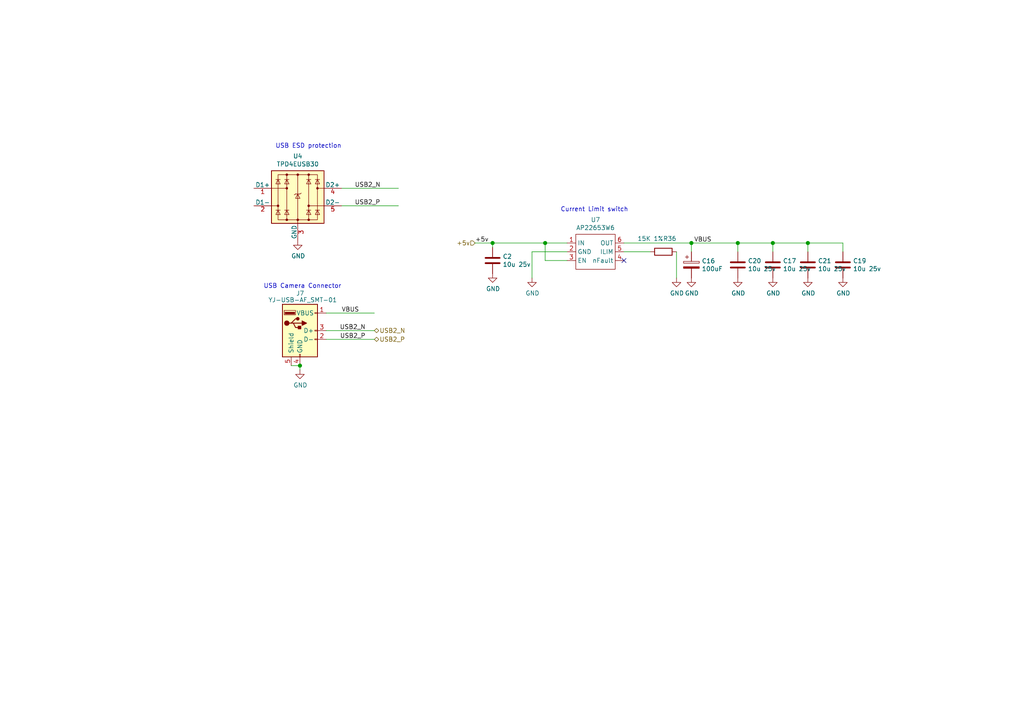
<source format=kicad_sch>
(kicad_sch (version 20210615) (generator eeschema)
  (paper "A4")
  (title_block (title "AP3000v3") (date "2020-10-27") (rev "1") (company "(c) ISis ImageStream Internet Solutions 2020") (comment 1 "www.imagestream.com"))
  (lib_symbols
    (symbol "AP3000:AP2553W6"
      (property "Reference" "U" (at 3.81 -6.35 0))
      (property "Value" "AP2553W6" (at -3.81 -6.35 0))
      (symbol "AP2553W6_0_0"
        (pin power_in line (at -8.89 2.54 0) (length 2.54) (name "IN") (number "1"))
        (pin power_out line (at -8.89 0 0) (length 2.54) (name "GND") (number "2"))
        (pin input line (at -8.89 -2.54 0) (length 2.54) (name "EN") (number "3"))
        (pin open_collector line (at 7.62 -2.54 180) (length 2.54) (name "nFault") (number "4"))
        (pin passive line (at 7.62 0 180) (length 2.54) (name "ILIM") (number "5"))
        (pin power_out line (at 7.62 2.54 180) (length 2.54) (name "OUT") (number "6"))
      )
      (symbol "AP2553W6_0_1"
        (rectangle (start -6.35 5.08) (end 5.08 -5.08))
      )
    )
    (symbol "AP3000:TPD4EUSB30" (pin_names (offset 0))
      (property "Reference" "U" (at -0.635 8.89 0))
      (property "Value" "TPD4EUSB30" (at 8.89 -10.16 0))
      (symbol "TPD4EUSB30_0_0"
        (rectangle (start -5.715 6.477) (end 5.715 -6.604))
        (polyline (pts (xy -3.175 -6.604) (xy -3.175 6.477)))
        (polyline (pts (xy 0 6.477) (xy 0 -6.604)))
        (polyline (pts (xy 3.175 6.477) (xy 3.175 -6.604)))
      )
      (symbol "TPD4EUSB30_0_1"
        (circle (center -5.715 -2.54) (radius 0.2794) (fill (type outline)))
        (circle (center -3.175 -6.604) (radius 0.2794) (fill (type outline)))
        (circle (center -3.175 2.54) (radius 0.2794) (fill (type outline)))
        (circle (center -3.175 6.477) (radius 0.2794) (fill (type outline)))
        (circle (center 0 -6.604) (radius 0.2794) (fill (type outline)))
        (circle (center 0 6.477) (radius 0.2794) (fill (type outline)))
        (circle (center 3.175 -6.604) (radius 0.2794) (fill (type outline)))
        (circle (center 3.175 -2.54) (radius 0.2794) (fill (type outline)))
        (circle (center 3.175 6.477) (radius 0.2794) (fill (type outline)))
        (circle (center 5.715 2.54) (radius 0.2794) (fill (type outline)))
        (rectangle (start -7.62 7.62) (end 7.62 -7.62) (stroke (width 0.254)) (fill (type background)))
        (polyline (pts (xy -7.747 2.54) (xy -3.175 2.54)))
        (polyline (pts (xy -7.62 -2.54) (xy -5.715 -2.54)))
        (polyline (pts (xy -5.08 -3.81) (xy -6.35 -3.81)))
        (polyline (pts (xy -5.08 5.08) (xy -6.35 5.08)))
        (polyline (pts (xy -2.54 -3.81) (xy -3.81 -3.81)))
        (polyline (pts (xy -2.54 5.08) (xy -3.81 5.08)))
        (polyline (pts (xy -0.635 0.889) (xy -1.016 0.635)))
        (polyline (pts (xy 0 -6.604) (xy 0 -7.62)))
        (polyline (pts (xy 0.635 0.889) (xy -0.635 0.889)))
        (polyline (pts (xy 0.635 0.889) (xy 1.016 1.143)))
        (polyline (pts (xy 3.81 -3.81) (xy 2.54 -3.81)))
        (polyline (pts (xy 3.81 5.08) (xy 2.54 5.08)))
        (polyline (pts (xy 6.35 -3.81) (xy 5.08 -3.81)))
        (polyline (pts (xy 6.35 5.08) (xy 5.08 5.08)))
        (polyline (pts (xy 7.62 -2.54) (xy 3.175 -2.54)))
        (polyline (pts (xy 7.62 2.54) (xy 5.715 2.54)))
        (polyline (pts (xy -5.08 -5.08) (xy -6.35 -5.08) (xy -5.715 -3.81) (xy -5.08 -5.08)))
        (polyline (pts (xy -5.08 3.81) (xy -6.35 3.81) (xy -5.715 5.08) (xy -5.08 3.81)))
        (polyline (pts (xy -2.54 -5.08) (xy -3.81 -5.08) (xy -3.175 -3.81) (xy -2.54 -5.08)))
        (polyline (pts (xy -2.54 3.81) (xy -3.81 3.81) (xy -3.175 5.08) (xy -2.54 3.81)))
        (polyline (pts (xy 0.635 -0.381) (xy -0.635 -0.381) (xy 0 0.889) (xy 0.635 -0.381)))
        (polyline (pts (xy 3.81 -5.08) (xy 2.54 -5.08) (xy 3.175 -3.81) (xy 3.81 -5.08)))
        (polyline (pts (xy 3.81 3.81) (xy 2.54 3.81) (xy 3.175 5.08) (xy 3.81 3.81)))
        (polyline (pts (xy 6.35 -5.08) (xy 5.08 -5.08) (xy 5.715 -3.81) (xy 6.35 -5.08)))
        (polyline (pts (xy 6.35 3.81) (xy 5.08 3.81) (xy 5.715 5.08) (xy 6.35 3.81)))
      )
      (symbol "TPD4EUSB30_1_1"
        (pin passive line (at -12.7 2.54 0) (length 5.08) (name "D1+") (number "1"))
        (pin passive line (at -12.7 2.54 0) (length 5.08) hide (name "~") (number "10"))
        (pin passive line (at -12.7 -2.54 0) (length 5.08) (name "D1-") (number "2"))
        (pin power_in line (at 0 -12.7 90) (length 5.08) (name "GND") (number "3"))
        (pin passive line (at 12.7 2.54 180) (length 5.08) (name "D2+") (number "4"))
        (pin passive line (at 12.7 -2.54 180) (length 5.08) (name "D2-") (number "5"))
        (pin passive line (at 12.7 -2.54 180) (length 5.08) hide (name "~") (number "6"))
        (pin passive line (at 12.7 2.54 180) (length 5.08) hide (name "~") (number "7"))
        (pin passive line (at 0 -12.7 90) (length 5.08) hide (name "GND") (number "8"))
        (pin passive line (at -12.7 -2.54 0) (length 5.08) hide (name "~") (number "9"))
      )
    )
    (symbol "Device:C" (pin_numbers hide) (pin_names (offset 0.254))
      (property "Reference" "C" (at 0.635 2.54 0))
      (property "Value" "C" (at 0.635 -2.54 0))
      (symbol "C_0_1"
        (polyline (pts (xy -2.032 -0.762) (xy 2.032 -0.762)) (stroke (width 0.508)))
        (polyline (pts (xy -2.032 0.762) (xy 2.032 0.762)) (stroke (width 0.508)))
      )
      (symbol "C_1_1"
        (pin passive line (at 0 3.81 270) (length 2.794) (name "~") (number "1"))
        (pin passive line (at 0 -3.81 90) (length 2.794) (name "~") (number "2"))
      )
    )
    (symbol "Device:CP" (pin_numbers hide) (pin_names (offset 0.254))
      (property "Reference" "C" (at 0.635 2.54 0))
      (property "Value" "CP" (at 0.635 -2.54 0))
      (symbol "CP_0_1"
        (rectangle (start -2.286 0.508) (end 2.286 1.016))
        (rectangle (start 2.286 -0.508) (end -2.286 -1.016) (fill (type outline)))
        (polyline (pts (xy -1.778 2.286) (xy -0.762 2.286)))
        (polyline (pts (xy -1.27 2.794) (xy -1.27 1.778)))
      )
      (symbol "CP_1_1"
        (pin passive line (at 0 3.81 270) (length 2.794) (name "~") (number "1"))
        (pin passive line (at 0 -3.81 90) (length 2.794) (name "~") (number "2"))
      )
    )
    (symbol "Device:R" (pin_numbers hide) (pin_names (offset 0))
      (property "Reference" "R" (at 2.032 0 90))
      (property "Value" "R" (at 0 0 90))
      (symbol "R_0_1"
        (rectangle (start -1.016 -2.54) (end 1.016 2.54) (stroke (width 0.254)))
      )
      (symbol "R_1_1"
        (pin passive line (at 0 3.81 270) (length 1.27) (name "~") (number "1"))
        (pin passive line (at 0 -3.81 90) (length 1.27) (name "~") (number "2"))
      )
    )
    (symbol "Scott:YJ-USB-AF_SMT-01" (pin_names (offset 1.016))
      (property "Reference" "USB" (at -0.254 8.636 0))
      (property "Value" "YJ-USB-AF_SMT-01" (at 10.414 -8.89 0))
      (symbol "YJ-USB-AF_SMT-01_1_1"
        (circle (center -3.81 2.159) (radius 0.635) (stroke (width 0.254)) (fill (type outline)))
        (circle (center -0.635 3.429) (radius 0.381) (stroke (width 0.254)) (fill (type outline)))
        (rectangle (start -1.27 4.572) (end -4.572 5.842))
        (rectangle (start -0.127 -7.62) (end 0.127 -6.858))
        (rectangle (start 5.08 -2.667) (end 4.318 -2.413))
        (rectangle (start 5.08 -0.127) (end 4.318 0.127))
        (rectangle (start 5.08 4.953) (end 4.318 5.207))
        (rectangle (start -1.524 4.826) (end -4.318 5.334) (fill (type outline)))
        (rectangle (start 0.254 1.27) (end -0.508 0.508) (stroke (width 0.254)) (fill (type outline)))
        (rectangle (start -5.08 -7.62) (end 5.08 7.62) (stroke (width 0.254)) (fill (type background)))
        (polyline (pts (xy -1.905 2.159) (xy 0.635 2.159)) (stroke (width 0.254)))
        (polyline (pts (xy -3.175 2.159) (xy -2.54 2.159) (xy -1.27 3.429) (xy -0.635 3.429)) (stroke (width 0.254)))
        (polyline (pts (xy -2.54 2.159) (xy -1.905 2.159) (xy -1.27 0.889) (xy 0 0.889)) (stroke (width 0.254)))
        (polyline (pts (xy 0.635 2.794) (xy 0.635 1.524) (xy 1.905 2.159) (xy 0.635 2.794)) (stroke (width 0.254)) (fill (type outline)))
        (pin power_in line (at 7.62 5.08 180) (length 2.54) (name "VBUS") (number "1"))
        (pin passive line (at 7.62 -2.54 180) (length 2.54) (name "D-") (number "2"))
        (pin passive line (at 7.62 0 180) (length 2.54) (name "D+") (number "3"))
        (pin power_in line (at 0 -10.16 90) (length 2.54) (name "GND") (number "4"))
        (pin passive line (at -2.54 -10.16 90) (length 2.54) (name "Shield") (number "5"))
      )
    )
    (symbol "power:GND" (power) (pin_names (offset 0))
      (property "Value" "GND" (at 0 -3.81 0))
      (symbol "GND_0_1"
        (polyline (pts (xy 0 0) (xy 0 -1.27) (xy 1.27 -1.27) (xy 0 -2.54) (xy -1.27 -1.27) (xy 0 -1.27)))
      )
      (symbol "GND_1_1"
        (pin power_in line (at 0 0 270) (length 0) hide (name "GND") (number "1"))
      )
    )
  )
  (junction (at 86.995 106.045) (diameter 1.016))
  (junction (at 142.875 70.485) (diameter 1.016))
  (junction (at 158.115 70.485) (diameter 1.016))
  (junction (at 200.533 70.485) (diameter 1.016))
  (junction (at 213.995 70.485) (diameter 1.016))
  (junction (at 224.155 70.485) (diameter 1.016))
  (junction (at 234.315 70.485) (diameter 1.016))
  (no_connect (at 180.975 75.565))
  (wire (pts (xy 84.455 106.045) (xy 86.995 106.045)))
  (wire (pts (xy 86.995 106.045) (xy 86.995 107.315)))
  (wire (pts (xy 94.615 90.805) (xy 108.585 90.805)))
  (wire (pts (xy 99.06 54.61) (xy 115.57 54.61)))
  (wire (pts (xy 99.06 59.69) (xy 115.57 59.69)))
  (wire (pts (xy 108.585 95.885) (xy 94.615 95.885)))
  (wire (pts (xy 108.585 98.425) (xy 94.615 98.425)))
  (wire (pts (xy 137.795 70.485) (xy 142.875 70.485)))
  (wire (pts (xy 142.875 70.485) (xy 158.115 70.485)))
  (wire (pts (xy 142.875 71.755) (xy 142.875 70.485)))
  (wire (pts (xy 154.305 73.025) (xy 154.305 80.645)))
  (wire (pts (xy 158.115 70.485) (xy 158.115 75.565)))
  (wire (pts (xy 158.115 70.485) (xy 164.465 70.485)))
  (wire (pts (xy 158.115 75.565) (xy 164.465 75.565)))
  (wire (pts (xy 164.465 73.025) (xy 154.305 73.025)))
  (wire (pts (xy 180.975 70.485) (xy 200.533 70.485)))
  (wire (pts (xy 180.975 73.025) (xy 188.595 73.025)))
  (wire (pts (xy 196.215 73.025) (xy 196.215 80.645)))
  (wire (pts (xy 200.533 70.485) (xy 200.533 73.025)))
  (wire (pts (xy 200.533 70.485) (xy 213.995 70.485)))
  (wire (pts (xy 213.995 70.485) (xy 224.155 70.485)))
  (wire (pts (xy 213.995 73.025) (xy 213.995 70.485)))
  (wire (pts (xy 224.155 70.485) (xy 224.155 73.025)))
  (wire (pts (xy 224.155 70.485) (xy 234.315 70.485)))
  (wire (pts (xy 234.315 70.485) (xy 234.315 73.025)))
  (wire (pts (xy 234.315 70.485) (xy 244.475 70.485)))
  (wire (pts (xy 244.475 73.025) (xy 244.475 70.485)))
  (text "USB ESD protection" (at 99.06 43.18 180) (effects (font (size 1.27 1.27)) (justify right bottom)))
  (text "USB Camera Connector" (at 99.06 83.82 180) (effects (font (size 1.27 1.27)) (justify right bottom)))
  (text "Current Limit switch" (at 182.245 61.595 180) (effects (font (size 1.27 1.27)) (justify right bottom)))
  (label "VBUS" (at 99.06 90.805 0))
  (label "USB2_N" (at 102.87 54.61 0))
  (label "USB2_P" (at 102.87 59.69 0))
  (label "USB2_N" (at 106.045 95.885 180))
  (label "USB2_P" (at 106.045 98.425 180))
  (label "+5v" (at 137.795 70.485 0))
  (label "VBUS" (at 201.295 70.485 0))
  (hierarchical_label "USB2_N" (shape bidirectional) (at 108.585 95.885 0))
  (hierarchical_label "USB2_P" (shape bidirectional) (at 108.585 98.425 0))
  (hierarchical_label "+5v" (shape input) (at 137.795 70.485 180))
  (symbol (lib_id "power:GND") (at 86.36 69.85 0) (unit 1)
    (property "Reference" "#PWR0123" (effects hide))
    (property "Value" "GND" (at 86.487 74.2442 0))
  )
  (symbol (lib_id "power:GND") (at 86.995 107.315 0) (unit 1)
    (property "Reference" "#PWR0101" (effects hide))
    (property "Value" "GND" (at 87.122 111.7092 0))
  )
  (symbol (lib_id "power:GND") (at 142.875 79.375 0) (unit 1)
    (property "Reference" "#PWR017" (effects hide))
    (property "Value" "GND" (at 143.002 83.7692 0))
  )
  (symbol (lib_id "power:GND") (at 154.305 80.645 0) (unit 1)
    (property "Reference" "#PWR014" (effects hide))
    (property "Value" "GND" (at 154.432 85.0392 0))
  )
  (symbol (lib_id "power:GND") (at 196.215 80.645 0) (unit 1)
    (property "Reference" "#PWR019" (effects hide))
    (property "Value" "GND" (at 196.342 85.0392 0))
  )
  (symbol (lib_id "power:GND") (at 200.533 80.645 0) (unit 1)
    (property "Reference" "#PWR01" (effects hide))
    (property "Value" "GND" (at 200.66 85.0392 0))
  )
  (symbol (lib_id "power:GND") (at 213.995 80.645 0) (unit 1)
    (property "Reference" "#PWR021" (effects hide))
    (property "Value" "GND" (at 214.122 85.0392 0))
  )
  (symbol (lib_id "power:GND") (at 224.155 80.645 0) (unit 1)
    (property "Reference" "#PWR018" (effects hide))
    (property "Value" "GND" (at 224.282 85.0392 0))
  )
  (symbol (lib_id "power:GND") (at 234.315 80.645 0) (unit 1)
    (property "Reference" "#PWR049" (effects hide))
    (property "Value" "GND" (at 234.442 85.0392 0))
  )
  (symbol (lib_id "power:GND") (at 244.475 80.645 0) (unit 1)
    (property "Reference" "#PWR050" (effects hide))
    (property "Value" "GND" (at 244.602 85.0392 0))
  )
  (symbol (lib_id "Device:R") (at 192.405 73.025 90) (unit 1)
    (property "Reference" "R36" (at 196.215 69.215 90) (effects (justify left)))
    (property "Value" "15K 1%" (at 192.405 69.215 90) (effects (justify left)))
    (property "Footprint" "Resistor_SMD:R_0603_1608Metric" (effects hide))
    (property "Datasheet" "https://fscdn.rohm.com/en/products/databook/datasheet/passive/resistor/chip_resistor/mcr-e.pdf" (effects hide))
    (property "Field4" "Farnell" (effects hide))
    (property "Field5" "9239375" (effects hide))
    (property "Field6" "MCR01MZPF1502" (effects hide))
    (property "Field7" "Rohm" (effects hide))
    (property "Part Description" "Resistor 15K M1005 1% 63mW" (effects hide))
    (property "Field8" "120891581" (effects hide))
    (property "PartsBoxID" "0603-15K-1%" (effects hide))
    (property "LCSC" "C22809" (effects hide))
  )
  (symbol (lib_id "Device:C") (at 142.875 75.565 0) (unit 1)
    (property "Reference" "C2" (at 145.796 74.3966 0) (effects (justify left)))
    (property "Value" "10u 25v" (at 145.796 76.708 0) (effects (justify left)))
    (property "Footprint" "Capacitor_SMD:C_0805_2012Metric" (effects hide))
    (property "Datasheet" "https://search.murata.co.jp/Ceramy/image/img/A01X/G101/ENG/GRM21BR71A106KA73-01.pdf" (effects hide))
    (property "Field5" "490-14381-1-ND" (effects hide))
    (property "Field4" "Digikey" (effects hide))
    (property "Field6" "GRM21BR71A106KA73L" (effects hide))
    (property "Field7" "Murata" (effects hide))
    (property "Part Description" "10uF 10% 10V Ceramic Capacitor X7R 0805 (2012 Metric)" (effects hide))
    (property "Field8" "111893011" (effects hide))
    (property "PartsBoxID" "0805-10uF-X7R-25V" (effects hide))
    (property "LCSC" "C15850" (effects hide))
  )
  (symbol (lib_id "Device:CP") (at 200.533 76.835 0) (unit 1)
    (property "Reference" "C16" (at 203.5302 75.692 0) (effects (justify left)))
    (property "Value" "100uF" (at 203.5302 77.978 0) (effects (justify left)))
    (property "Footprint" "Capacitor_Tantalum_SMD:CP_EIA-7343-31_Kemet-D" (effects hide))
    (property "Field4" "Mouser" (effects hide))
    (property "Field5" "667-EEF-CX0J101R" (effects hide))
    (property "Part Description" "Capacitor, SP-Cap, 100u, 6.3V, 15mR ESR" (effects hide))
    (property "PartsBoxID" "EEF-CX0J101R" (effects hide))
  )
  (symbol (lib_id "Device:C") (at 213.995 76.835 0) (unit 1)
    (property "Reference" "C20" (at 216.916 75.6666 0) (effects (justify left)))
    (property "Value" "10u 25v" (at 216.916 77.978 0) (effects (justify left)))
    (property "Footprint" "Capacitor_SMD:C_0805_2012Metric" (effects hide))
    (property "Datasheet" "https://search.murata.co.jp/Ceramy/image/img/A01X/G101/ENG/GRM21BR71A106KA73-01.pdf" (effects hide))
    (property "Field5" "490-14381-1-ND" (effects hide))
    (property "Field4" "Digikey" (effects hide))
    (property "Field6" "GRM21BR71A106KA73L" (effects hide))
    (property "Field7" "Murata" (effects hide))
    (property "Part Description" "10uF 10% 10V Ceramic Capacitor X7R 0805 (2012 Metric)" (effects hide))
    (property "Field8" "111893011" (effects hide))
    (property "PartsBoxID" "0805-10uF-X7R-25V" (effects hide))
    (property "LCSC" "C15850" (effects hide))
  )
  (symbol (lib_id "Device:C") (at 224.155 76.835 0) (unit 1)
    (property "Reference" "C17" (at 227.076 75.6666 0) (effects (justify left)))
    (property "Value" "10u 25v" (at 227.076 77.978 0) (effects (justify left)))
    (property "Footprint" "Capacitor_SMD:C_0805_2012Metric" (effects hide))
    (property "Datasheet" "https://search.murata.co.jp/Ceramy/image/img/A01X/G101/ENG/GRM21BR71A106KA73-01.pdf" (effects hide))
    (property "Field5" "490-14381-1-ND" (effects hide))
    (property "Field4" "Digikey" (effects hide))
    (property "Field6" "GRM21BR71A106KA73L" (effects hide))
    (property "Field7" "Murata" (effects hide))
    (property "Part Description" "10uF 10% 10V Ceramic Capacitor X7R 0805 (2012 Metric)" (effects hide))
    (property "Field8" "111893011" (effects hide))
    (property "PartsBoxID" "0805-10uF-X7R-25V" (effects hide))
    (property "LCSC" "C15850" (effects hide))
  )
  (symbol (lib_id "Device:C") (at 234.315 76.835 0) (unit 1)
    (property "Reference" "C21" (at 237.236 75.6666 0) (effects (justify left)))
    (property "Value" "10u 25v" (at 237.236 77.978 0) (effects (justify left)))
    (property "Footprint" "Capacitor_SMD:C_0805_2012Metric" (effects hide))
    (property "Datasheet" "https://search.murata.co.jp/Ceramy/image/img/A01X/G101/ENG/GRM21BR71A106KA73-01.pdf" (effects hide))
    (property "Field5" "490-14381-1-ND" (effects hide))
    (property "Field4" "Digikey" (effects hide))
    (property "Field6" "GRM21BR71A106KA73L" (effects hide))
    (property "Field7" "Murata" (effects hide))
    (property "Part Description" "10uF 10% 10V Ceramic Capacitor X7R 0805 (2012 Metric)" (effects hide))
    (property "Field8" "111893011" (effects hide))
    (property "PartsBoxID" "0805-10uF-X7R-25V" (effects hide))
    (property "LCSC" "C15850" (effects hide))
  )
  (symbol (lib_id "Device:C") (at 244.475 76.835 0) (unit 1)
    (property "Reference" "C19" (at 247.396 75.6666 0) (effects (justify left)))
    (property "Value" "10u 25v" (at 247.396 77.978 0) (effects (justify left)))
    (property "Footprint" "Capacitor_SMD:C_0805_2012Metric" (effects hide))
    (property "Datasheet" "https://search.murata.co.jp/Ceramy/image/img/A01X/G101/ENG/GRM21BR71A106KA73-01.pdf" (effects hide))
    (property "Field5" "490-14381-1-ND" (effects hide))
    (property "Field4" "Digikey" (effects hide))
    (property "Field6" "GRM21BR71A106KA73L" (effects hide))
    (property "Field7" "Murata" (effects hide))
    (property "Part Description" "10uF 10% 10V Ceramic Capacitor X7R 0805 (2012 Metric)" (effects hide))
    (property "Field8" "111893011" (effects hide))
    (property "PartsBoxID" "0805-10uF-X7R-25V" (effects hide))
    (property "LCSC" "C15850" (effects hide))
  )
  (symbol (lib_id "AP3000:AP2553W6") (at 173.355 73.025 0) (unit 1)
    (property "Reference" "U7" (at 172.72 63.754 0))
    (property "Value" "AP22653W6" (at 172.72 66.0654 0))
    (property "Footprint" "Package_TO_SOT_SMD:SOT-23-6" (effects hide))
    (property "Datasheet" "https://www.diodes.com/assets/Datasheets/AP255x.pdf" (effects hide))
    (property "Field4" "Digikey" (effects hide))
    (property "Field5" "	31-AP22653W6-7CT-ND" (effects hide))
    (property "Field6" "AP22653W6" (effects hide))
    (property "Field7" "Diodes" (effects hide))
    (property "Part Description" "	Power Switch/Driver 1:1 P-Channel 2.1A SOT-23-6" (effects hide))
    (property "PartsBoxID" "AP22653W6-7" (effects hide))
    (property "LCSC" "C2158037" (effects hide))
  )
  (symbol (lib_id "Scott:YJ-USB-AF_SMT-01") (at 86.995 95.885 0) (unit 1)
    (property "Reference" "J7" (at 88.265 85.09 0) (effects (justify right)))
    (property "Value" "YJ-USB-AF_SMT-01" (at 97.79 86.995 0) (effects (justify right)))
    (property "Footprint" "Scott:YJ-USB-AF-SMT-01" (effects hide))
    (property "PartsBoxID" "YJ-USB-AF_SMT-01" (effects hide))
  )
  (symbol (lib_id "AP3000:TPD4EUSB30") (at 86.36 57.15 0) (unit 1)
    (property "Reference" "U4" (at 86.36 45.2882 0))
    (property "Value" "TPD4EUSB30" (at 86.36 47.5996 0))
    (property "Footprint" "Scott:USON-10_2.51x1.0mm_P0.5mm" (effects hide))
    (property "Datasheet" "http://www.ti.com/lit/ds/symlink/tpd2eusb30a.pdf" (effects hide))
    (property "Field4" "Farnell" (effects hide))
    (property "Field5" "2335455" (effects hide))
    (property "Field6" "CDDFN10-3324P-13" (effects hide))
    (property "Field7" "Bourns" (effects hide))
    (property "Field8" "UDIO00346" (effects hide))
    (property "Part Description" "Quad TVS diode for high speed signals (USB3, GigE etc.)" (effects hide))
    (property "PartsBoxID" "CDDFN10-3324P" (effects hide))
    (property "LCSC" "C90627" (effects hide))
  )
)
</source>
